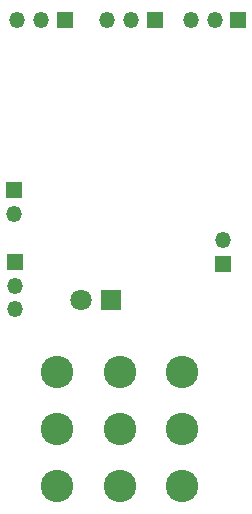
<source format=gbr>
%TF.GenerationSoftware,KiCad,Pcbnew,(5.1.7)-1*%
%TF.CreationDate,2020-11-01T08:55:33-06:00*%
%TF.ProjectId,MuffPiSMT,4d756666-5069-4534-9d54-2e6b69636164,rev?*%
%TF.SameCoordinates,Original*%
%TF.FileFunction,Soldermask,Bot*%
%TF.FilePolarity,Negative*%
%FSLAX46Y46*%
G04 Gerber Fmt 4.6, Leading zero omitted, Abs format (unit mm)*
G04 Created by KiCad (PCBNEW (5.1.7)-1) date 2020-11-01 08:55:33*
%MOMM*%
%LPD*%
G01*
G04 APERTURE LIST*
%ADD10C,2.743200*%
%ADD11R,1.350000X1.350000*%
%ADD12O,1.350000X1.350000*%
%ADD13R,1.800000X1.800000*%
%ADD14C,1.800000*%
G04 APERTURE END LIST*
D10*
%TO.C,S1*%
X123225560Y-109501940D03*
X123225560Y-114300000D03*
X123225560Y-119098060D03*
X128524000Y-109501940D03*
X128524000Y-114300000D03*
X128524000Y-119098060D03*
X133822440Y-109501940D03*
X133822440Y-114300000D03*
X133822440Y-119098060D03*
%TD*%
D11*
%TO.C,BT1*%
X119583200Y-94113600D03*
D12*
X119583200Y-96113600D03*
%TD*%
D13*
%TO.C,D5*%
X127812800Y-103378000D03*
D14*
X125272800Y-103378000D03*
%TD*%
D11*
%TO.C,J1*%
X119684800Y-100190800D03*
D12*
X119684800Y-102190800D03*
X119684800Y-104190800D03*
%TD*%
D11*
%TO.C,J2*%
X137287000Y-100330000D03*
D12*
X137287000Y-98330000D03*
%TD*%
%TO.C,SUST*%
X119875800Y-79679800D03*
X121875800Y-79679800D03*
D11*
X123875800Y-79679800D03*
%TD*%
D12*
%TO.C,TONE*%
X127495800Y-79679800D03*
X129495800Y-79679800D03*
D11*
X131495800Y-79679800D03*
%TD*%
%TO.C,VOL*%
X138575800Y-79679800D03*
D12*
X136575800Y-79679800D03*
X134575800Y-79679800D03*
%TD*%
M02*

</source>
